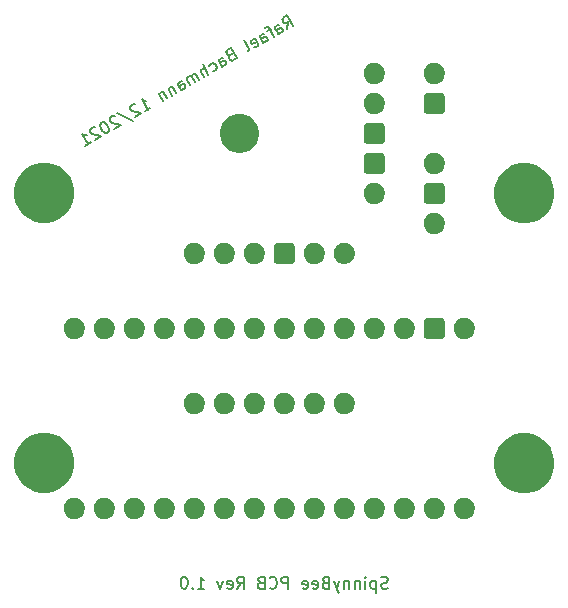
<source format=gbs>
G04 #@! TF.GenerationSoftware,KiCad,Pcbnew,5.1.5+dfsg1-2build2*
G04 #@! TF.CreationDate,2021-12-24T19:22:18+01:00*
G04 #@! TF.ProjectId,spinnybee-pcb,7370696e-6e79-4626-9565-2d7063622e6b,rev?*
G04 #@! TF.SameCoordinates,Original*
G04 #@! TF.FileFunction,Soldermask,Bot*
G04 #@! TF.FilePolarity,Negative*
%FSLAX46Y46*%
G04 Gerber Fmt 4.6, Leading zero omitted, Abs format (unit mm)*
G04 Created by KiCad (PCBNEW 5.1.5+dfsg1-2build2) date 2021-12-24 19:22:18*
%MOMM*%
%LPD*%
G04 APERTURE LIST*
%ADD10C,0.150000*%
%ADD11C,0.100000*%
G04 APERTURE END LIST*
D10*
X86620290Y-26721059D02*
X86670870Y-26141999D01*
X87115162Y-26435344D02*
X86615162Y-25569319D01*
X86285247Y-25759795D01*
X86226578Y-25848653D01*
X86209149Y-25913702D01*
X86215528Y-26019990D01*
X86286957Y-26143708D01*
X86375815Y-26202377D01*
X86440864Y-26219807D01*
X86547152Y-26213427D01*
X86877067Y-26022951D01*
X85877983Y-27149630D02*
X85616078Y-26695998D01*
X85609698Y-26589710D01*
X85668367Y-26500851D01*
X85833325Y-26405613D01*
X85939613Y-26399233D01*
X85854173Y-27108391D02*
X85960461Y-27102011D01*
X86166658Y-26982963D01*
X86225327Y-26894105D01*
X86218947Y-26787817D01*
X86171328Y-26705338D01*
X86082470Y-26646669D01*
X85976182Y-26653049D01*
X85769985Y-26772097D01*
X85663697Y-26778476D01*
X85255974Y-26738946D02*
X84926060Y-26929423D01*
X85465590Y-27387725D02*
X85037018Y-26645418D01*
X84948160Y-26586749D01*
X84841872Y-26593128D01*
X84759393Y-26640747D01*
X84599564Y-27887725D02*
X84337660Y-27434093D01*
X84331280Y-27327805D01*
X84389949Y-27238946D01*
X84554906Y-27143708D01*
X84661194Y-27137329D01*
X84575755Y-27846486D02*
X84682043Y-27840106D01*
X84888239Y-27721059D01*
X84946909Y-27632200D01*
X84940529Y-27525912D01*
X84892910Y-27443434D01*
X84804051Y-27384764D01*
X84697763Y-27391144D01*
X84491567Y-27510192D01*
X84385279Y-27516572D01*
X83833447Y-28275057D02*
X83939735Y-28268678D01*
X84104693Y-28173440D01*
X84163362Y-28084581D01*
X84156982Y-27978293D01*
X83966506Y-27648379D01*
X83877647Y-27589710D01*
X83771359Y-27596089D01*
X83606402Y-27691327D01*
X83547733Y-27780186D01*
X83554113Y-27886474D01*
X83601732Y-27968952D01*
X84061744Y-27813336D01*
X83321146Y-28625821D02*
X83379815Y-28536962D01*
X83373435Y-28430674D01*
X82944864Y-27688367D01*
X81780823Y-28910283D02*
X81680914Y-29022951D01*
X81663484Y-29088000D01*
X81669864Y-29194288D01*
X81741293Y-29318006D01*
X81830151Y-29376675D01*
X81895200Y-29394105D01*
X82001488Y-29387725D01*
X82331403Y-29197249D01*
X81831403Y-28331224D01*
X81542727Y-28497890D01*
X81484058Y-28586749D01*
X81466629Y-28651798D01*
X81473008Y-28758086D01*
X81520627Y-28840564D01*
X81609486Y-28899233D01*
X81674535Y-28916663D01*
X81780823Y-28910283D01*
X82069498Y-28743617D01*
X81094223Y-29911535D02*
X80832319Y-29457902D01*
X80825939Y-29351614D01*
X80884608Y-29262756D01*
X81049565Y-29167518D01*
X81155853Y-29161138D01*
X81070414Y-29870295D02*
X81176702Y-29863916D01*
X81382899Y-29744868D01*
X81441568Y-29656010D01*
X81435188Y-29549722D01*
X81387569Y-29467243D01*
X81298710Y-29408574D01*
X81192422Y-29414954D01*
X80986226Y-29534001D01*
X80879938Y-29540381D01*
X80286867Y-30322676D02*
X80393155Y-30316297D01*
X80558112Y-30221059D01*
X80616782Y-30132200D01*
X80634211Y-30067151D01*
X80627832Y-29960863D01*
X80484974Y-29713427D01*
X80396116Y-29654758D01*
X80331067Y-29637329D01*
X80224779Y-29643708D01*
X80059822Y-29738946D01*
X80001153Y-29827805D01*
X79939523Y-30578201D02*
X79439523Y-29712176D01*
X79568369Y-30792487D02*
X79306464Y-30338855D01*
X79300085Y-30232567D01*
X79358754Y-30143708D01*
X79482472Y-30072280D01*
X79588760Y-30065900D01*
X79653809Y-30083330D01*
X79155976Y-31030582D02*
X78822643Y-30453232D01*
X78870262Y-30535711D02*
X78805213Y-30518281D01*
X78698925Y-30524661D01*
X78575207Y-30596089D01*
X78516538Y-30684948D01*
X78522918Y-30791236D01*
X78784822Y-31244868D01*
X78522918Y-30791236D02*
X78434059Y-30732567D01*
X78327771Y-30738946D01*
X78204053Y-30810375D01*
X78145384Y-30899233D01*
X78151764Y-31005521D01*
X78413669Y-31459154D01*
X77630122Y-31911535D02*
X77368217Y-31457902D01*
X77361837Y-31351614D01*
X77420506Y-31262756D01*
X77585464Y-31167518D01*
X77691752Y-31161138D01*
X77606312Y-31870295D02*
X77712600Y-31863916D01*
X77918797Y-31744868D01*
X77977466Y-31656010D01*
X77971086Y-31549722D01*
X77923467Y-31467243D01*
X77834609Y-31408574D01*
X77728321Y-31414954D01*
X77522124Y-31534001D01*
X77415836Y-31540381D01*
X76884395Y-31572280D02*
X77217729Y-32149630D01*
X76932014Y-31654758D02*
X76866966Y-31637329D01*
X76760677Y-31643708D01*
X76636960Y-31715137D01*
X76578290Y-31803995D01*
X76584670Y-31910283D01*
X76846575Y-32363916D01*
X76100849Y-32024661D02*
X76434182Y-32602011D01*
X76148468Y-32107139D02*
X76083419Y-32089710D01*
X75977131Y-32096089D01*
X75853413Y-32167518D01*
X75794744Y-32256376D01*
X75801123Y-32362664D01*
X76063028Y-32816297D01*
X74537174Y-33697249D02*
X75032046Y-33411535D01*
X74784610Y-33554392D02*
X74284610Y-32688367D01*
X74438517Y-32764465D01*
X74568615Y-32799325D01*
X74674903Y-32792945D01*
X73754879Y-33104178D02*
X73689830Y-33086749D01*
X73583542Y-33093128D01*
X73377345Y-33212176D01*
X73318676Y-33301034D01*
X73301246Y-33366083D01*
X73307626Y-33472371D01*
X73355245Y-33554850D01*
X73467913Y-33654758D01*
X74248499Y-33863916D01*
X73712388Y-34173440D01*
X72198835Y-33837603D02*
X73584000Y-34522493D01*
X72022828Y-34104178D02*
X71957779Y-34086749D01*
X71851491Y-34093128D01*
X71645294Y-34212176D01*
X71586625Y-34301034D01*
X71569195Y-34366083D01*
X71575575Y-34472371D01*
X71623194Y-34554850D01*
X71735862Y-34654758D01*
X72516448Y-34863916D01*
X71980337Y-35173440D01*
X70944226Y-34616938D02*
X70861747Y-34664557D01*
X70803078Y-34753415D01*
X70785649Y-34818464D01*
X70792028Y-34924752D01*
X70846027Y-35113519D01*
X70965075Y-35319716D01*
X71101552Y-35460863D01*
X71190410Y-35519532D01*
X71255459Y-35536962D01*
X71361747Y-35530582D01*
X71444226Y-35482963D01*
X71502895Y-35394105D01*
X71520325Y-35329056D01*
X71513945Y-35222768D01*
X71459946Y-35034001D01*
X71340899Y-34827805D01*
X71204421Y-34686657D01*
X71115563Y-34627988D01*
X71050514Y-34610558D01*
X70944226Y-34616938D01*
X70373256Y-35056559D02*
X70308207Y-35039130D01*
X70201919Y-35045509D01*
X69995722Y-35164557D01*
X69937053Y-35253415D01*
X69919623Y-35318464D01*
X69926003Y-35424752D01*
X69973622Y-35507231D01*
X70086290Y-35607139D01*
X70866876Y-35816297D01*
X70330765Y-36125821D01*
X69505979Y-36602011D02*
X70000850Y-36316297D01*
X69753415Y-36459154D02*
X69253415Y-35593128D01*
X69407322Y-35669227D01*
X69537419Y-35704087D01*
X69643708Y-35697707D01*
X95121904Y-74064761D02*
X94979047Y-74112380D01*
X94740952Y-74112380D01*
X94645714Y-74064761D01*
X94598095Y-74017142D01*
X94550476Y-73921904D01*
X94550476Y-73826666D01*
X94598095Y-73731428D01*
X94645714Y-73683809D01*
X94740952Y-73636190D01*
X94931428Y-73588571D01*
X95026666Y-73540952D01*
X95074285Y-73493333D01*
X95121904Y-73398095D01*
X95121904Y-73302857D01*
X95074285Y-73207619D01*
X95026666Y-73160000D01*
X94931428Y-73112380D01*
X94693333Y-73112380D01*
X94550476Y-73160000D01*
X94121904Y-73445714D02*
X94121904Y-74445714D01*
X94121904Y-73493333D02*
X94026666Y-73445714D01*
X93836190Y-73445714D01*
X93740952Y-73493333D01*
X93693333Y-73540952D01*
X93645714Y-73636190D01*
X93645714Y-73921904D01*
X93693333Y-74017142D01*
X93740952Y-74064761D01*
X93836190Y-74112380D01*
X94026666Y-74112380D01*
X94121904Y-74064761D01*
X93217142Y-74112380D02*
X93217142Y-73445714D01*
X93217142Y-73112380D02*
X93264761Y-73160000D01*
X93217142Y-73207619D01*
X93169523Y-73160000D01*
X93217142Y-73112380D01*
X93217142Y-73207619D01*
X92740952Y-73445714D02*
X92740952Y-74112380D01*
X92740952Y-73540952D02*
X92693333Y-73493333D01*
X92598095Y-73445714D01*
X92455238Y-73445714D01*
X92360000Y-73493333D01*
X92312380Y-73588571D01*
X92312380Y-74112380D01*
X91836190Y-73445714D02*
X91836190Y-74112380D01*
X91836190Y-73540952D02*
X91788571Y-73493333D01*
X91693333Y-73445714D01*
X91550476Y-73445714D01*
X91455238Y-73493333D01*
X91407619Y-73588571D01*
X91407619Y-74112380D01*
X91026666Y-73445714D02*
X90788571Y-74112380D01*
X90550476Y-73445714D02*
X90788571Y-74112380D01*
X90883809Y-74350476D01*
X90931428Y-74398095D01*
X91026666Y-74445714D01*
X89836190Y-73588571D02*
X89693333Y-73636190D01*
X89645714Y-73683809D01*
X89598095Y-73779047D01*
X89598095Y-73921904D01*
X89645714Y-74017142D01*
X89693333Y-74064761D01*
X89788571Y-74112380D01*
X90169523Y-74112380D01*
X90169523Y-73112380D01*
X89836190Y-73112380D01*
X89740952Y-73160000D01*
X89693333Y-73207619D01*
X89645714Y-73302857D01*
X89645714Y-73398095D01*
X89693333Y-73493333D01*
X89740952Y-73540952D01*
X89836190Y-73588571D01*
X90169523Y-73588571D01*
X88788571Y-74064761D02*
X88883809Y-74112380D01*
X89074285Y-74112380D01*
X89169523Y-74064761D01*
X89217142Y-73969523D01*
X89217142Y-73588571D01*
X89169523Y-73493333D01*
X89074285Y-73445714D01*
X88883809Y-73445714D01*
X88788571Y-73493333D01*
X88740952Y-73588571D01*
X88740952Y-73683809D01*
X89217142Y-73779047D01*
X87931428Y-74064761D02*
X88026666Y-74112380D01*
X88217142Y-74112380D01*
X88312380Y-74064761D01*
X88360000Y-73969523D01*
X88360000Y-73588571D01*
X88312380Y-73493333D01*
X88217142Y-73445714D01*
X88026666Y-73445714D01*
X87931428Y-73493333D01*
X87883809Y-73588571D01*
X87883809Y-73683809D01*
X88360000Y-73779047D01*
X86693333Y-74112380D02*
X86693333Y-73112380D01*
X86312380Y-73112380D01*
X86217142Y-73160000D01*
X86169523Y-73207619D01*
X86121904Y-73302857D01*
X86121904Y-73445714D01*
X86169523Y-73540952D01*
X86217142Y-73588571D01*
X86312380Y-73636190D01*
X86693333Y-73636190D01*
X85121904Y-74017142D02*
X85169523Y-74064761D01*
X85312380Y-74112380D01*
X85407619Y-74112380D01*
X85550476Y-74064761D01*
X85645714Y-73969523D01*
X85693333Y-73874285D01*
X85740952Y-73683809D01*
X85740952Y-73540952D01*
X85693333Y-73350476D01*
X85645714Y-73255238D01*
X85550476Y-73160000D01*
X85407619Y-73112380D01*
X85312380Y-73112380D01*
X85169523Y-73160000D01*
X85121904Y-73207619D01*
X84360000Y-73588571D02*
X84217142Y-73636190D01*
X84169523Y-73683809D01*
X84121904Y-73779047D01*
X84121904Y-73921904D01*
X84169523Y-74017142D01*
X84217142Y-74064761D01*
X84312380Y-74112380D01*
X84693333Y-74112380D01*
X84693333Y-73112380D01*
X84360000Y-73112380D01*
X84264761Y-73160000D01*
X84217142Y-73207619D01*
X84169523Y-73302857D01*
X84169523Y-73398095D01*
X84217142Y-73493333D01*
X84264761Y-73540952D01*
X84360000Y-73588571D01*
X84693333Y-73588571D01*
X82360000Y-74112380D02*
X82693333Y-73636190D01*
X82931428Y-74112380D02*
X82931428Y-73112380D01*
X82550476Y-73112380D01*
X82455238Y-73160000D01*
X82407619Y-73207619D01*
X82360000Y-73302857D01*
X82360000Y-73445714D01*
X82407619Y-73540952D01*
X82455238Y-73588571D01*
X82550476Y-73636190D01*
X82931428Y-73636190D01*
X81550476Y-74064761D02*
X81645714Y-74112380D01*
X81836190Y-74112380D01*
X81931428Y-74064761D01*
X81979047Y-73969523D01*
X81979047Y-73588571D01*
X81931428Y-73493333D01*
X81836190Y-73445714D01*
X81645714Y-73445714D01*
X81550476Y-73493333D01*
X81502857Y-73588571D01*
X81502857Y-73683809D01*
X81979047Y-73779047D01*
X81169523Y-73445714D02*
X80931428Y-74112380D01*
X80693333Y-73445714D01*
X79026666Y-74112380D02*
X79598095Y-74112380D01*
X79312380Y-74112380D02*
X79312380Y-73112380D01*
X79407619Y-73255238D01*
X79502857Y-73350476D01*
X79598095Y-73398095D01*
X78598095Y-74017142D02*
X78550476Y-74064761D01*
X78598095Y-74112380D01*
X78645714Y-74064761D01*
X78598095Y-74017142D01*
X78598095Y-74112380D01*
X77931428Y-73112380D02*
X77836190Y-73112380D01*
X77740952Y-73160000D01*
X77693333Y-73207619D01*
X77645714Y-73302857D01*
X77598095Y-73493333D01*
X77598095Y-73731428D01*
X77645714Y-73921904D01*
X77693333Y-74017142D01*
X77740952Y-74064761D01*
X77836190Y-74112380D01*
X77931428Y-74112380D01*
X78026666Y-74064761D01*
X78074285Y-74017142D01*
X78121904Y-73921904D01*
X78169523Y-73731428D01*
X78169523Y-73493333D01*
X78121904Y-73302857D01*
X78074285Y-73207619D01*
X78026666Y-73160000D01*
X77931428Y-73112380D01*
D11*
G36*
X101713512Y-66413927D02*
G01*
X101862812Y-66443624D01*
X102026784Y-66511544D01*
X102174354Y-66610147D01*
X102299853Y-66735646D01*
X102398456Y-66883216D01*
X102466376Y-67047188D01*
X102501000Y-67221259D01*
X102501000Y-67398741D01*
X102466376Y-67572812D01*
X102398456Y-67736784D01*
X102299853Y-67884354D01*
X102174354Y-68009853D01*
X102026784Y-68108456D01*
X101862812Y-68176376D01*
X101713512Y-68206073D01*
X101688742Y-68211000D01*
X101511258Y-68211000D01*
X101486488Y-68206073D01*
X101337188Y-68176376D01*
X101173216Y-68108456D01*
X101025646Y-68009853D01*
X100900147Y-67884354D01*
X100801544Y-67736784D01*
X100733624Y-67572812D01*
X100699000Y-67398741D01*
X100699000Y-67221259D01*
X100733624Y-67047188D01*
X100801544Y-66883216D01*
X100900147Y-66735646D01*
X101025646Y-66610147D01*
X101173216Y-66511544D01*
X101337188Y-66443624D01*
X101486488Y-66413927D01*
X101511258Y-66409000D01*
X101688742Y-66409000D01*
X101713512Y-66413927D01*
G37*
G36*
X96633512Y-66413927D02*
G01*
X96782812Y-66443624D01*
X96946784Y-66511544D01*
X97094354Y-66610147D01*
X97219853Y-66735646D01*
X97318456Y-66883216D01*
X97386376Y-67047188D01*
X97421000Y-67221259D01*
X97421000Y-67398741D01*
X97386376Y-67572812D01*
X97318456Y-67736784D01*
X97219853Y-67884354D01*
X97094354Y-68009853D01*
X96946784Y-68108456D01*
X96782812Y-68176376D01*
X96633512Y-68206073D01*
X96608742Y-68211000D01*
X96431258Y-68211000D01*
X96406488Y-68206073D01*
X96257188Y-68176376D01*
X96093216Y-68108456D01*
X95945646Y-68009853D01*
X95820147Y-67884354D01*
X95721544Y-67736784D01*
X95653624Y-67572812D01*
X95619000Y-67398741D01*
X95619000Y-67221259D01*
X95653624Y-67047188D01*
X95721544Y-66883216D01*
X95820147Y-66735646D01*
X95945646Y-66610147D01*
X96093216Y-66511544D01*
X96257188Y-66443624D01*
X96406488Y-66413927D01*
X96431258Y-66409000D01*
X96608742Y-66409000D01*
X96633512Y-66413927D01*
G37*
G36*
X94093512Y-66413927D02*
G01*
X94242812Y-66443624D01*
X94406784Y-66511544D01*
X94554354Y-66610147D01*
X94679853Y-66735646D01*
X94778456Y-66883216D01*
X94846376Y-67047188D01*
X94881000Y-67221259D01*
X94881000Y-67398741D01*
X94846376Y-67572812D01*
X94778456Y-67736784D01*
X94679853Y-67884354D01*
X94554354Y-68009853D01*
X94406784Y-68108456D01*
X94242812Y-68176376D01*
X94093512Y-68206073D01*
X94068742Y-68211000D01*
X93891258Y-68211000D01*
X93866488Y-68206073D01*
X93717188Y-68176376D01*
X93553216Y-68108456D01*
X93405646Y-68009853D01*
X93280147Y-67884354D01*
X93181544Y-67736784D01*
X93113624Y-67572812D01*
X93079000Y-67398741D01*
X93079000Y-67221259D01*
X93113624Y-67047188D01*
X93181544Y-66883216D01*
X93280147Y-66735646D01*
X93405646Y-66610147D01*
X93553216Y-66511544D01*
X93717188Y-66443624D01*
X93866488Y-66413927D01*
X93891258Y-66409000D01*
X94068742Y-66409000D01*
X94093512Y-66413927D01*
G37*
G36*
X91553512Y-66413927D02*
G01*
X91702812Y-66443624D01*
X91866784Y-66511544D01*
X92014354Y-66610147D01*
X92139853Y-66735646D01*
X92238456Y-66883216D01*
X92306376Y-67047188D01*
X92341000Y-67221259D01*
X92341000Y-67398741D01*
X92306376Y-67572812D01*
X92238456Y-67736784D01*
X92139853Y-67884354D01*
X92014354Y-68009853D01*
X91866784Y-68108456D01*
X91702812Y-68176376D01*
X91553512Y-68206073D01*
X91528742Y-68211000D01*
X91351258Y-68211000D01*
X91326488Y-68206073D01*
X91177188Y-68176376D01*
X91013216Y-68108456D01*
X90865646Y-68009853D01*
X90740147Y-67884354D01*
X90641544Y-67736784D01*
X90573624Y-67572812D01*
X90539000Y-67398741D01*
X90539000Y-67221259D01*
X90573624Y-67047188D01*
X90641544Y-66883216D01*
X90740147Y-66735646D01*
X90865646Y-66610147D01*
X91013216Y-66511544D01*
X91177188Y-66443624D01*
X91326488Y-66413927D01*
X91351258Y-66409000D01*
X91528742Y-66409000D01*
X91553512Y-66413927D01*
G37*
G36*
X89013512Y-66413927D02*
G01*
X89162812Y-66443624D01*
X89326784Y-66511544D01*
X89474354Y-66610147D01*
X89599853Y-66735646D01*
X89698456Y-66883216D01*
X89766376Y-67047188D01*
X89801000Y-67221259D01*
X89801000Y-67398741D01*
X89766376Y-67572812D01*
X89698456Y-67736784D01*
X89599853Y-67884354D01*
X89474354Y-68009853D01*
X89326784Y-68108456D01*
X89162812Y-68176376D01*
X89013512Y-68206073D01*
X88988742Y-68211000D01*
X88811258Y-68211000D01*
X88786488Y-68206073D01*
X88637188Y-68176376D01*
X88473216Y-68108456D01*
X88325646Y-68009853D01*
X88200147Y-67884354D01*
X88101544Y-67736784D01*
X88033624Y-67572812D01*
X87999000Y-67398741D01*
X87999000Y-67221259D01*
X88033624Y-67047188D01*
X88101544Y-66883216D01*
X88200147Y-66735646D01*
X88325646Y-66610147D01*
X88473216Y-66511544D01*
X88637188Y-66443624D01*
X88786488Y-66413927D01*
X88811258Y-66409000D01*
X88988742Y-66409000D01*
X89013512Y-66413927D01*
G37*
G36*
X86473512Y-66413927D02*
G01*
X86622812Y-66443624D01*
X86786784Y-66511544D01*
X86934354Y-66610147D01*
X87059853Y-66735646D01*
X87158456Y-66883216D01*
X87226376Y-67047188D01*
X87261000Y-67221259D01*
X87261000Y-67398741D01*
X87226376Y-67572812D01*
X87158456Y-67736784D01*
X87059853Y-67884354D01*
X86934354Y-68009853D01*
X86786784Y-68108456D01*
X86622812Y-68176376D01*
X86473512Y-68206073D01*
X86448742Y-68211000D01*
X86271258Y-68211000D01*
X86246488Y-68206073D01*
X86097188Y-68176376D01*
X85933216Y-68108456D01*
X85785646Y-68009853D01*
X85660147Y-67884354D01*
X85561544Y-67736784D01*
X85493624Y-67572812D01*
X85459000Y-67398741D01*
X85459000Y-67221259D01*
X85493624Y-67047188D01*
X85561544Y-66883216D01*
X85660147Y-66735646D01*
X85785646Y-66610147D01*
X85933216Y-66511544D01*
X86097188Y-66443624D01*
X86246488Y-66413927D01*
X86271258Y-66409000D01*
X86448742Y-66409000D01*
X86473512Y-66413927D01*
G37*
G36*
X83933512Y-66413927D02*
G01*
X84082812Y-66443624D01*
X84246784Y-66511544D01*
X84394354Y-66610147D01*
X84519853Y-66735646D01*
X84618456Y-66883216D01*
X84686376Y-67047188D01*
X84721000Y-67221259D01*
X84721000Y-67398741D01*
X84686376Y-67572812D01*
X84618456Y-67736784D01*
X84519853Y-67884354D01*
X84394354Y-68009853D01*
X84246784Y-68108456D01*
X84082812Y-68176376D01*
X83933512Y-68206073D01*
X83908742Y-68211000D01*
X83731258Y-68211000D01*
X83706488Y-68206073D01*
X83557188Y-68176376D01*
X83393216Y-68108456D01*
X83245646Y-68009853D01*
X83120147Y-67884354D01*
X83021544Y-67736784D01*
X82953624Y-67572812D01*
X82919000Y-67398741D01*
X82919000Y-67221259D01*
X82953624Y-67047188D01*
X83021544Y-66883216D01*
X83120147Y-66735646D01*
X83245646Y-66610147D01*
X83393216Y-66511544D01*
X83557188Y-66443624D01*
X83706488Y-66413927D01*
X83731258Y-66409000D01*
X83908742Y-66409000D01*
X83933512Y-66413927D01*
G37*
G36*
X81393512Y-66413927D02*
G01*
X81542812Y-66443624D01*
X81706784Y-66511544D01*
X81854354Y-66610147D01*
X81979853Y-66735646D01*
X82078456Y-66883216D01*
X82146376Y-67047188D01*
X82181000Y-67221259D01*
X82181000Y-67398741D01*
X82146376Y-67572812D01*
X82078456Y-67736784D01*
X81979853Y-67884354D01*
X81854354Y-68009853D01*
X81706784Y-68108456D01*
X81542812Y-68176376D01*
X81393512Y-68206073D01*
X81368742Y-68211000D01*
X81191258Y-68211000D01*
X81166488Y-68206073D01*
X81017188Y-68176376D01*
X80853216Y-68108456D01*
X80705646Y-68009853D01*
X80580147Y-67884354D01*
X80481544Y-67736784D01*
X80413624Y-67572812D01*
X80379000Y-67398741D01*
X80379000Y-67221259D01*
X80413624Y-67047188D01*
X80481544Y-66883216D01*
X80580147Y-66735646D01*
X80705646Y-66610147D01*
X80853216Y-66511544D01*
X81017188Y-66443624D01*
X81166488Y-66413927D01*
X81191258Y-66409000D01*
X81368742Y-66409000D01*
X81393512Y-66413927D01*
G37*
G36*
X78853512Y-66413927D02*
G01*
X79002812Y-66443624D01*
X79166784Y-66511544D01*
X79314354Y-66610147D01*
X79439853Y-66735646D01*
X79538456Y-66883216D01*
X79606376Y-67047188D01*
X79641000Y-67221259D01*
X79641000Y-67398741D01*
X79606376Y-67572812D01*
X79538456Y-67736784D01*
X79439853Y-67884354D01*
X79314354Y-68009853D01*
X79166784Y-68108456D01*
X79002812Y-68176376D01*
X78853512Y-68206073D01*
X78828742Y-68211000D01*
X78651258Y-68211000D01*
X78626488Y-68206073D01*
X78477188Y-68176376D01*
X78313216Y-68108456D01*
X78165646Y-68009853D01*
X78040147Y-67884354D01*
X77941544Y-67736784D01*
X77873624Y-67572812D01*
X77839000Y-67398741D01*
X77839000Y-67221259D01*
X77873624Y-67047188D01*
X77941544Y-66883216D01*
X78040147Y-66735646D01*
X78165646Y-66610147D01*
X78313216Y-66511544D01*
X78477188Y-66443624D01*
X78626488Y-66413927D01*
X78651258Y-66409000D01*
X78828742Y-66409000D01*
X78853512Y-66413927D01*
G37*
G36*
X76313512Y-66413927D02*
G01*
X76462812Y-66443624D01*
X76626784Y-66511544D01*
X76774354Y-66610147D01*
X76899853Y-66735646D01*
X76998456Y-66883216D01*
X77066376Y-67047188D01*
X77101000Y-67221259D01*
X77101000Y-67398741D01*
X77066376Y-67572812D01*
X76998456Y-67736784D01*
X76899853Y-67884354D01*
X76774354Y-68009853D01*
X76626784Y-68108456D01*
X76462812Y-68176376D01*
X76313512Y-68206073D01*
X76288742Y-68211000D01*
X76111258Y-68211000D01*
X76086488Y-68206073D01*
X75937188Y-68176376D01*
X75773216Y-68108456D01*
X75625646Y-68009853D01*
X75500147Y-67884354D01*
X75401544Y-67736784D01*
X75333624Y-67572812D01*
X75299000Y-67398741D01*
X75299000Y-67221259D01*
X75333624Y-67047188D01*
X75401544Y-66883216D01*
X75500147Y-66735646D01*
X75625646Y-66610147D01*
X75773216Y-66511544D01*
X75937188Y-66443624D01*
X76086488Y-66413927D01*
X76111258Y-66409000D01*
X76288742Y-66409000D01*
X76313512Y-66413927D01*
G37*
G36*
X73773512Y-66413927D02*
G01*
X73922812Y-66443624D01*
X74086784Y-66511544D01*
X74234354Y-66610147D01*
X74359853Y-66735646D01*
X74458456Y-66883216D01*
X74526376Y-67047188D01*
X74561000Y-67221259D01*
X74561000Y-67398741D01*
X74526376Y-67572812D01*
X74458456Y-67736784D01*
X74359853Y-67884354D01*
X74234354Y-68009853D01*
X74086784Y-68108456D01*
X73922812Y-68176376D01*
X73773512Y-68206073D01*
X73748742Y-68211000D01*
X73571258Y-68211000D01*
X73546488Y-68206073D01*
X73397188Y-68176376D01*
X73233216Y-68108456D01*
X73085646Y-68009853D01*
X72960147Y-67884354D01*
X72861544Y-67736784D01*
X72793624Y-67572812D01*
X72759000Y-67398741D01*
X72759000Y-67221259D01*
X72793624Y-67047188D01*
X72861544Y-66883216D01*
X72960147Y-66735646D01*
X73085646Y-66610147D01*
X73233216Y-66511544D01*
X73397188Y-66443624D01*
X73546488Y-66413927D01*
X73571258Y-66409000D01*
X73748742Y-66409000D01*
X73773512Y-66413927D01*
G37*
G36*
X71233512Y-66413927D02*
G01*
X71382812Y-66443624D01*
X71546784Y-66511544D01*
X71694354Y-66610147D01*
X71819853Y-66735646D01*
X71918456Y-66883216D01*
X71986376Y-67047188D01*
X72021000Y-67221259D01*
X72021000Y-67398741D01*
X71986376Y-67572812D01*
X71918456Y-67736784D01*
X71819853Y-67884354D01*
X71694354Y-68009853D01*
X71546784Y-68108456D01*
X71382812Y-68176376D01*
X71233512Y-68206073D01*
X71208742Y-68211000D01*
X71031258Y-68211000D01*
X71006488Y-68206073D01*
X70857188Y-68176376D01*
X70693216Y-68108456D01*
X70545646Y-68009853D01*
X70420147Y-67884354D01*
X70321544Y-67736784D01*
X70253624Y-67572812D01*
X70219000Y-67398741D01*
X70219000Y-67221259D01*
X70253624Y-67047188D01*
X70321544Y-66883216D01*
X70420147Y-66735646D01*
X70545646Y-66610147D01*
X70693216Y-66511544D01*
X70857188Y-66443624D01*
X71006488Y-66413927D01*
X71031258Y-66409000D01*
X71208742Y-66409000D01*
X71233512Y-66413927D01*
G37*
G36*
X68693512Y-66413927D02*
G01*
X68842812Y-66443624D01*
X69006784Y-66511544D01*
X69154354Y-66610147D01*
X69279853Y-66735646D01*
X69378456Y-66883216D01*
X69446376Y-67047188D01*
X69481000Y-67221259D01*
X69481000Y-67398741D01*
X69446376Y-67572812D01*
X69378456Y-67736784D01*
X69279853Y-67884354D01*
X69154354Y-68009853D01*
X69006784Y-68108456D01*
X68842812Y-68176376D01*
X68693512Y-68206073D01*
X68668742Y-68211000D01*
X68491258Y-68211000D01*
X68466488Y-68206073D01*
X68317188Y-68176376D01*
X68153216Y-68108456D01*
X68005646Y-68009853D01*
X67880147Y-67884354D01*
X67781544Y-67736784D01*
X67713624Y-67572812D01*
X67679000Y-67398741D01*
X67679000Y-67221259D01*
X67713624Y-67047188D01*
X67781544Y-66883216D01*
X67880147Y-66735646D01*
X68005646Y-66610147D01*
X68153216Y-66511544D01*
X68317188Y-66443624D01*
X68466488Y-66413927D01*
X68491258Y-66409000D01*
X68668742Y-66409000D01*
X68693512Y-66413927D01*
G37*
G36*
X99173512Y-66413927D02*
G01*
X99322812Y-66443624D01*
X99486784Y-66511544D01*
X99634354Y-66610147D01*
X99759853Y-66735646D01*
X99858456Y-66883216D01*
X99926376Y-67047188D01*
X99961000Y-67221259D01*
X99961000Y-67398741D01*
X99926376Y-67572812D01*
X99858456Y-67736784D01*
X99759853Y-67884354D01*
X99634354Y-68009853D01*
X99486784Y-68108456D01*
X99322812Y-68176376D01*
X99173512Y-68206073D01*
X99148742Y-68211000D01*
X98971258Y-68211000D01*
X98946488Y-68206073D01*
X98797188Y-68176376D01*
X98633216Y-68108456D01*
X98485646Y-68009853D01*
X98360147Y-67884354D01*
X98261544Y-67736784D01*
X98193624Y-67572812D01*
X98159000Y-67398741D01*
X98159000Y-67221259D01*
X98193624Y-67047188D01*
X98261544Y-66883216D01*
X98360147Y-66735646D01*
X98485646Y-66610147D01*
X98633216Y-66511544D01*
X98797188Y-66443624D01*
X98946488Y-66413927D01*
X98971258Y-66409000D01*
X99148742Y-66409000D01*
X99173512Y-66413927D01*
G37*
G36*
X107424098Y-61047033D02*
G01*
X107765227Y-61188333D01*
X107888352Y-61239333D01*
X108306168Y-61518509D01*
X108661491Y-61873832D01*
X108906591Y-62240650D01*
X108940668Y-62291650D01*
X109132967Y-62755902D01*
X109231000Y-63248747D01*
X109231000Y-63751253D01*
X109132967Y-64244098D01*
X108961793Y-64657350D01*
X108940667Y-64708352D01*
X108661491Y-65126168D01*
X108306168Y-65481491D01*
X107888352Y-65760667D01*
X107888351Y-65760668D01*
X107888350Y-65760668D01*
X107424098Y-65952967D01*
X106931253Y-66051000D01*
X106428747Y-66051000D01*
X105935902Y-65952967D01*
X105471650Y-65760668D01*
X105471649Y-65760668D01*
X105471648Y-65760667D01*
X105053832Y-65481491D01*
X104698509Y-65126168D01*
X104419333Y-64708352D01*
X104398207Y-64657350D01*
X104227033Y-64244098D01*
X104129000Y-63751253D01*
X104129000Y-63248747D01*
X104227033Y-62755902D01*
X104419332Y-62291650D01*
X104453409Y-62240650D01*
X104698509Y-61873832D01*
X105053832Y-61518509D01*
X105471648Y-61239333D01*
X105594773Y-61188333D01*
X105935902Y-61047033D01*
X106428747Y-60949000D01*
X106931253Y-60949000D01*
X107424098Y-61047033D01*
G37*
G36*
X66784098Y-60996033D02*
G01*
X67248350Y-61188332D01*
X67248352Y-61188333D01*
X67666168Y-61467509D01*
X68021491Y-61822832D01*
X68300667Y-62240648D01*
X68300668Y-62240650D01*
X68492967Y-62704902D01*
X68591000Y-63197747D01*
X68591000Y-63700253D01*
X68492967Y-64193098D01*
X68300668Y-64657350D01*
X68300667Y-64657352D01*
X68021491Y-65075168D01*
X67666168Y-65430491D01*
X67248352Y-65709667D01*
X67248351Y-65709668D01*
X67248350Y-65709668D01*
X66784098Y-65901967D01*
X66291253Y-66000000D01*
X65788747Y-66000000D01*
X65295902Y-65901967D01*
X64831650Y-65709668D01*
X64831649Y-65709668D01*
X64831648Y-65709667D01*
X64413832Y-65430491D01*
X64058509Y-65075168D01*
X63779333Y-64657352D01*
X63779332Y-64657350D01*
X63587033Y-64193098D01*
X63489000Y-63700253D01*
X63489000Y-63197747D01*
X63587033Y-62704902D01*
X63779332Y-62240650D01*
X63779333Y-62240648D01*
X64058509Y-61822832D01*
X64413832Y-61467509D01*
X64831648Y-61188333D01*
X64831650Y-61188332D01*
X65295902Y-60996033D01*
X65788747Y-60898000D01*
X66291253Y-60898000D01*
X66784098Y-60996033D01*
G37*
G36*
X91553512Y-57523927D02*
G01*
X91702812Y-57553624D01*
X91866784Y-57621544D01*
X92014354Y-57720147D01*
X92139853Y-57845646D01*
X92238456Y-57993216D01*
X92306376Y-58157188D01*
X92341000Y-58331259D01*
X92341000Y-58508741D01*
X92306376Y-58682812D01*
X92238456Y-58846784D01*
X92139853Y-58994354D01*
X92014354Y-59119853D01*
X91866784Y-59218456D01*
X91702812Y-59286376D01*
X91553512Y-59316073D01*
X91528742Y-59321000D01*
X91351258Y-59321000D01*
X91326488Y-59316073D01*
X91177188Y-59286376D01*
X91013216Y-59218456D01*
X90865646Y-59119853D01*
X90740147Y-58994354D01*
X90641544Y-58846784D01*
X90573624Y-58682812D01*
X90539000Y-58508741D01*
X90539000Y-58331259D01*
X90573624Y-58157188D01*
X90641544Y-57993216D01*
X90740147Y-57845646D01*
X90865646Y-57720147D01*
X91013216Y-57621544D01*
X91177188Y-57553624D01*
X91326488Y-57523927D01*
X91351258Y-57519000D01*
X91528742Y-57519000D01*
X91553512Y-57523927D01*
G37*
G36*
X89013512Y-57523927D02*
G01*
X89162812Y-57553624D01*
X89326784Y-57621544D01*
X89474354Y-57720147D01*
X89599853Y-57845646D01*
X89698456Y-57993216D01*
X89766376Y-58157188D01*
X89801000Y-58331259D01*
X89801000Y-58508741D01*
X89766376Y-58682812D01*
X89698456Y-58846784D01*
X89599853Y-58994354D01*
X89474354Y-59119853D01*
X89326784Y-59218456D01*
X89162812Y-59286376D01*
X89013512Y-59316073D01*
X88988742Y-59321000D01*
X88811258Y-59321000D01*
X88786488Y-59316073D01*
X88637188Y-59286376D01*
X88473216Y-59218456D01*
X88325646Y-59119853D01*
X88200147Y-58994354D01*
X88101544Y-58846784D01*
X88033624Y-58682812D01*
X87999000Y-58508741D01*
X87999000Y-58331259D01*
X88033624Y-58157188D01*
X88101544Y-57993216D01*
X88200147Y-57845646D01*
X88325646Y-57720147D01*
X88473216Y-57621544D01*
X88637188Y-57553624D01*
X88786488Y-57523927D01*
X88811258Y-57519000D01*
X88988742Y-57519000D01*
X89013512Y-57523927D01*
G37*
G36*
X86473512Y-57523927D02*
G01*
X86622812Y-57553624D01*
X86786784Y-57621544D01*
X86934354Y-57720147D01*
X87059853Y-57845646D01*
X87158456Y-57993216D01*
X87226376Y-58157188D01*
X87261000Y-58331259D01*
X87261000Y-58508741D01*
X87226376Y-58682812D01*
X87158456Y-58846784D01*
X87059853Y-58994354D01*
X86934354Y-59119853D01*
X86786784Y-59218456D01*
X86622812Y-59286376D01*
X86473512Y-59316073D01*
X86448742Y-59321000D01*
X86271258Y-59321000D01*
X86246488Y-59316073D01*
X86097188Y-59286376D01*
X85933216Y-59218456D01*
X85785646Y-59119853D01*
X85660147Y-58994354D01*
X85561544Y-58846784D01*
X85493624Y-58682812D01*
X85459000Y-58508741D01*
X85459000Y-58331259D01*
X85493624Y-58157188D01*
X85561544Y-57993216D01*
X85660147Y-57845646D01*
X85785646Y-57720147D01*
X85933216Y-57621544D01*
X86097188Y-57553624D01*
X86246488Y-57523927D01*
X86271258Y-57519000D01*
X86448742Y-57519000D01*
X86473512Y-57523927D01*
G37*
G36*
X83933512Y-57523927D02*
G01*
X84082812Y-57553624D01*
X84246784Y-57621544D01*
X84394354Y-57720147D01*
X84519853Y-57845646D01*
X84618456Y-57993216D01*
X84686376Y-58157188D01*
X84721000Y-58331259D01*
X84721000Y-58508741D01*
X84686376Y-58682812D01*
X84618456Y-58846784D01*
X84519853Y-58994354D01*
X84394354Y-59119853D01*
X84246784Y-59218456D01*
X84082812Y-59286376D01*
X83933512Y-59316073D01*
X83908742Y-59321000D01*
X83731258Y-59321000D01*
X83706488Y-59316073D01*
X83557188Y-59286376D01*
X83393216Y-59218456D01*
X83245646Y-59119853D01*
X83120147Y-58994354D01*
X83021544Y-58846784D01*
X82953624Y-58682812D01*
X82919000Y-58508741D01*
X82919000Y-58331259D01*
X82953624Y-58157188D01*
X83021544Y-57993216D01*
X83120147Y-57845646D01*
X83245646Y-57720147D01*
X83393216Y-57621544D01*
X83557188Y-57553624D01*
X83706488Y-57523927D01*
X83731258Y-57519000D01*
X83908742Y-57519000D01*
X83933512Y-57523927D01*
G37*
G36*
X81393512Y-57523927D02*
G01*
X81542812Y-57553624D01*
X81706784Y-57621544D01*
X81854354Y-57720147D01*
X81979853Y-57845646D01*
X82078456Y-57993216D01*
X82146376Y-58157188D01*
X82181000Y-58331259D01*
X82181000Y-58508741D01*
X82146376Y-58682812D01*
X82078456Y-58846784D01*
X81979853Y-58994354D01*
X81854354Y-59119853D01*
X81706784Y-59218456D01*
X81542812Y-59286376D01*
X81393512Y-59316073D01*
X81368742Y-59321000D01*
X81191258Y-59321000D01*
X81166488Y-59316073D01*
X81017188Y-59286376D01*
X80853216Y-59218456D01*
X80705646Y-59119853D01*
X80580147Y-58994354D01*
X80481544Y-58846784D01*
X80413624Y-58682812D01*
X80379000Y-58508741D01*
X80379000Y-58331259D01*
X80413624Y-58157188D01*
X80481544Y-57993216D01*
X80580147Y-57845646D01*
X80705646Y-57720147D01*
X80853216Y-57621544D01*
X81017188Y-57553624D01*
X81166488Y-57523927D01*
X81191258Y-57519000D01*
X81368742Y-57519000D01*
X81393512Y-57523927D01*
G37*
G36*
X78853512Y-57523927D02*
G01*
X79002812Y-57553624D01*
X79166784Y-57621544D01*
X79314354Y-57720147D01*
X79439853Y-57845646D01*
X79538456Y-57993216D01*
X79606376Y-58157188D01*
X79641000Y-58331259D01*
X79641000Y-58508741D01*
X79606376Y-58682812D01*
X79538456Y-58846784D01*
X79439853Y-58994354D01*
X79314354Y-59119853D01*
X79166784Y-59218456D01*
X79002812Y-59286376D01*
X78853512Y-59316073D01*
X78828742Y-59321000D01*
X78651258Y-59321000D01*
X78626488Y-59316073D01*
X78477188Y-59286376D01*
X78313216Y-59218456D01*
X78165646Y-59119853D01*
X78040147Y-58994354D01*
X77941544Y-58846784D01*
X77873624Y-58682812D01*
X77839000Y-58508741D01*
X77839000Y-58331259D01*
X77873624Y-58157188D01*
X77941544Y-57993216D01*
X78040147Y-57845646D01*
X78165646Y-57720147D01*
X78313216Y-57621544D01*
X78477188Y-57553624D01*
X78626488Y-57523927D01*
X78651258Y-57519000D01*
X78828742Y-57519000D01*
X78853512Y-57523927D01*
G37*
G36*
X68693512Y-51173927D02*
G01*
X68842812Y-51203624D01*
X69006784Y-51271544D01*
X69154354Y-51370147D01*
X69279853Y-51495646D01*
X69378456Y-51643216D01*
X69446376Y-51807188D01*
X69481000Y-51981259D01*
X69481000Y-52158741D01*
X69446376Y-52332812D01*
X69378456Y-52496784D01*
X69279853Y-52644354D01*
X69154354Y-52769853D01*
X69006784Y-52868456D01*
X68842812Y-52936376D01*
X68693512Y-52966073D01*
X68668742Y-52971000D01*
X68491258Y-52971000D01*
X68466488Y-52966073D01*
X68317188Y-52936376D01*
X68153216Y-52868456D01*
X68005646Y-52769853D01*
X67880147Y-52644354D01*
X67781544Y-52496784D01*
X67713624Y-52332812D01*
X67679000Y-52158741D01*
X67679000Y-51981259D01*
X67713624Y-51807188D01*
X67781544Y-51643216D01*
X67880147Y-51495646D01*
X68005646Y-51370147D01*
X68153216Y-51271544D01*
X68317188Y-51203624D01*
X68466488Y-51173927D01*
X68491258Y-51169000D01*
X68668742Y-51169000D01*
X68693512Y-51173927D01*
G37*
G36*
X71233512Y-51173927D02*
G01*
X71382812Y-51203624D01*
X71546784Y-51271544D01*
X71694354Y-51370147D01*
X71819853Y-51495646D01*
X71918456Y-51643216D01*
X71986376Y-51807188D01*
X72021000Y-51981259D01*
X72021000Y-52158741D01*
X71986376Y-52332812D01*
X71918456Y-52496784D01*
X71819853Y-52644354D01*
X71694354Y-52769853D01*
X71546784Y-52868456D01*
X71382812Y-52936376D01*
X71233512Y-52966073D01*
X71208742Y-52971000D01*
X71031258Y-52971000D01*
X71006488Y-52966073D01*
X70857188Y-52936376D01*
X70693216Y-52868456D01*
X70545646Y-52769853D01*
X70420147Y-52644354D01*
X70321544Y-52496784D01*
X70253624Y-52332812D01*
X70219000Y-52158741D01*
X70219000Y-51981259D01*
X70253624Y-51807188D01*
X70321544Y-51643216D01*
X70420147Y-51495646D01*
X70545646Y-51370147D01*
X70693216Y-51271544D01*
X70857188Y-51203624D01*
X71006488Y-51173927D01*
X71031258Y-51169000D01*
X71208742Y-51169000D01*
X71233512Y-51173927D01*
G37*
G36*
X73773512Y-51173927D02*
G01*
X73922812Y-51203624D01*
X74086784Y-51271544D01*
X74234354Y-51370147D01*
X74359853Y-51495646D01*
X74458456Y-51643216D01*
X74526376Y-51807188D01*
X74561000Y-51981259D01*
X74561000Y-52158741D01*
X74526376Y-52332812D01*
X74458456Y-52496784D01*
X74359853Y-52644354D01*
X74234354Y-52769853D01*
X74086784Y-52868456D01*
X73922812Y-52936376D01*
X73773512Y-52966073D01*
X73748742Y-52971000D01*
X73571258Y-52971000D01*
X73546488Y-52966073D01*
X73397188Y-52936376D01*
X73233216Y-52868456D01*
X73085646Y-52769853D01*
X72960147Y-52644354D01*
X72861544Y-52496784D01*
X72793624Y-52332812D01*
X72759000Y-52158741D01*
X72759000Y-51981259D01*
X72793624Y-51807188D01*
X72861544Y-51643216D01*
X72960147Y-51495646D01*
X73085646Y-51370147D01*
X73233216Y-51271544D01*
X73397188Y-51203624D01*
X73546488Y-51173927D01*
X73571258Y-51169000D01*
X73748742Y-51169000D01*
X73773512Y-51173927D01*
G37*
G36*
X78853512Y-51173927D02*
G01*
X79002812Y-51203624D01*
X79166784Y-51271544D01*
X79314354Y-51370147D01*
X79439853Y-51495646D01*
X79538456Y-51643216D01*
X79606376Y-51807188D01*
X79641000Y-51981259D01*
X79641000Y-52158741D01*
X79606376Y-52332812D01*
X79538456Y-52496784D01*
X79439853Y-52644354D01*
X79314354Y-52769853D01*
X79166784Y-52868456D01*
X79002812Y-52936376D01*
X78853512Y-52966073D01*
X78828742Y-52971000D01*
X78651258Y-52971000D01*
X78626488Y-52966073D01*
X78477188Y-52936376D01*
X78313216Y-52868456D01*
X78165646Y-52769853D01*
X78040147Y-52644354D01*
X77941544Y-52496784D01*
X77873624Y-52332812D01*
X77839000Y-52158741D01*
X77839000Y-51981259D01*
X77873624Y-51807188D01*
X77941544Y-51643216D01*
X78040147Y-51495646D01*
X78165646Y-51370147D01*
X78313216Y-51271544D01*
X78477188Y-51203624D01*
X78626488Y-51173927D01*
X78651258Y-51169000D01*
X78828742Y-51169000D01*
X78853512Y-51173927D01*
G37*
G36*
X101713512Y-51173927D02*
G01*
X101862812Y-51203624D01*
X102026784Y-51271544D01*
X102174354Y-51370147D01*
X102299853Y-51495646D01*
X102398456Y-51643216D01*
X102466376Y-51807188D01*
X102501000Y-51981259D01*
X102501000Y-52158741D01*
X102466376Y-52332812D01*
X102398456Y-52496784D01*
X102299853Y-52644354D01*
X102174354Y-52769853D01*
X102026784Y-52868456D01*
X101862812Y-52936376D01*
X101713512Y-52966073D01*
X101688742Y-52971000D01*
X101511258Y-52971000D01*
X101486488Y-52966073D01*
X101337188Y-52936376D01*
X101173216Y-52868456D01*
X101025646Y-52769853D01*
X100900147Y-52644354D01*
X100801544Y-52496784D01*
X100733624Y-52332812D01*
X100699000Y-52158741D01*
X100699000Y-51981259D01*
X100733624Y-51807188D01*
X100801544Y-51643216D01*
X100900147Y-51495646D01*
X101025646Y-51370147D01*
X101173216Y-51271544D01*
X101337188Y-51203624D01*
X101486488Y-51173927D01*
X101511258Y-51169000D01*
X101688742Y-51169000D01*
X101713512Y-51173927D01*
G37*
G36*
X91553512Y-51173927D02*
G01*
X91702812Y-51203624D01*
X91866784Y-51271544D01*
X92014354Y-51370147D01*
X92139853Y-51495646D01*
X92238456Y-51643216D01*
X92306376Y-51807188D01*
X92341000Y-51981259D01*
X92341000Y-52158741D01*
X92306376Y-52332812D01*
X92238456Y-52496784D01*
X92139853Y-52644354D01*
X92014354Y-52769853D01*
X91866784Y-52868456D01*
X91702812Y-52936376D01*
X91553512Y-52966073D01*
X91528742Y-52971000D01*
X91351258Y-52971000D01*
X91326488Y-52966073D01*
X91177188Y-52936376D01*
X91013216Y-52868456D01*
X90865646Y-52769853D01*
X90740147Y-52644354D01*
X90641544Y-52496784D01*
X90573624Y-52332812D01*
X90539000Y-52158741D01*
X90539000Y-51981259D01*
X90573624Y-51807188D01*
X90641544Y-51643216D01*
X90740147Y-51495646D01*
X90865646Y-51370147D01*
X91013216Y-51271544D01*
X91177188Y-51203624D01*
X91326488Y-51173927D01*
X91351258Y-51169000D01*
X91528742Y-51169000D01*
X91553512Y-51173927D01*
G37*
G36*
X99648578Y-51177048D02*
G01*
X99721249Y-51199093D01*
X99788225Y-51234892D01*
X99846930Y-51283070D01*
X99895108Y-51341775D01*
X99930907Y-51408751D01*
X99952952Y-51481422D01*
X99961000Y-51563140D01*
X99961000Y-52576860D01*
X99952952Y-52658578D01*
X99930907Y-52731249D01*
X99895108Y-52798225D01*
X99846930Y-52856930D01*
X99788225Y-52905108D01*
X99721249Y-52940907D01*
X99648578Y-52962952D01*
X99566860Y-52971000D01*
X98553140Y-52971000D01*
X98471422Y-52962952D01*
X98398751Y-52940907D01*
X98331775Y-52905108D01*
X98273070Y-52856930D01*
X98224892Y-52798225D01*
X98189093Y-52731249D01*
X98167048Y-52658578D01*
X98159000Y-52576860D01*
X98159000Y-51563140D01*
X98167048Y-51481422D01*
X98189093Y-51408751D01*
X98224892Y-51341775D01*
X98273070Y-51283070D01*
X98331775Y-51234892D01*
X98398751Y-51199093D01*
X98471422Y-51177048D01*
X98553140Y-51169000D01*
X99566860Y-51169000D01*
X99648578Y-51177048D01*
G37*
G36*
X94093512Y-51173927D02*
G01*
X94242812Y-51203624D01*
X94406784Y-51271544D01*
X94554354Y-51370147D01*
X94679853Y-51495646D01*
X94778456Y-51643216D01*
X94846376Y-51807188D01*
X94881000Y-51981259D01*
X94881000Y-52158741D01*
X94846376Y-52332812D01*
X94778456Y-52496784D01*
X94679853Y-52644354D01*
X94554354Y-52769853D01*
X94406784Y-52868456D01*
X94242812Y-52936376D01*
X94093512Y-52966073D01*
X94068742Y-52971000D01*
X93891258Y-52971000D01*
X93866488Y-52966073D01*
X93717188Y-52936376D01*
X93553216Y-52868456D01*
X93405646Y-52769853D01*
X93280147Y-52644354D01*
X93181544Y-52496784D01*
X93113624Y-52332812D01*
X93079000Y-52158741D01*
X93079000Y-51981259D01*
X93113624Y-51807188D01*
X93181544Y-51643216D01*
X93280147Y-51495646D01*
X93405646Y-51370147D01*
X93553216Y-51271544D01*
X93717188Y-51203624D01*
X93866488Y-51173927D01*
X93891258Y-51169000D01*
X94068742Y-51169000D01*
X94093512Y-51173927D01*
G37*
G36*
X89013512Y-51173927D02*
G01*
X89162812Y-51203624D01*
X89326784Y-51271544D01*
X89474354Y-51370147D01*
X89599853Y-51495646D01*
X89698456Y-51643216D01*
X89766376Y-51807188D01*
X89801000Y-51981259D01*
X89801000Y-52158741D01*
X89766376Y-52332812D01*
X89698456Y-52496784D01*
X89599853Y-52644354D01*
X89474354Y-52769853D01*
X89326784Y-52868456D01*
X89162812Y-52936376D01*
X89013512Y-52966073D01*
X88988742Y-52971000D01*
X88811258Y-52971000D01*
X88786488Y-52966073D01*
X88637188Y-52936376D01*
X88473216Y-52868456D01*
X88325646Y-52769853D01*
X88200147Y-52644354D01*
X88101544Y-52496784D01*
X88033624Y-52332812D01*
X87999000Y-52158741D01*
X87999000Y-51981259D01*
X88033624Y-51807188D01*
X88101544Y-51643216D01*
X88200147Y-51495646D01*
X88325646Y-51370147D01*
X88473216Y-51271544D01*
X88637188Y-51203624D01*
X88786488Y-51173927D01*
X88811258Y-51169000D01*
X88988742Y-51169000D01*
X89013512Y-51173927D01*
G37*
G36*
X86473512Y-51173927D02*
G01*
X86622812Y-51203624D01*
X86786784Y-51271544D01*
X86934354Y-51370147D01*
X87059853Y-51495646D01*
X87158456Y-51643216D01*
X87226376Y-51807188D01*
X87261000Y-51981259D01*
X87261000Y-52158741D01*
X87226376Y-52332812D01*
X87158456Y-52496784D01*
X87059853Y-52644354D01*
X86934354Y-52769853D01*
X86786784Y-52868456D01*
X86622812Y-52936376D01*
X86473512Y-52966073D01*
X86448742Y-52971000D01*
X86271258Y-52971000D01*
X86246488Y-52966073D01*
X86097188Y-52936376D01*
X85933216Y-52868456D01*
X85785646Y-52769853D01*
X85660147Y-52644354D01*
X85561544Y-52496784D01*
X85493624Y-52332812D01*
X85459000Y-52158741D01*
X85459000Y-51981259D01*
X85493624Y-51807188D01*
X85561544Y-51643216D01*
X85660147Y-51495646D01*
X85785646Y-51370147D01*
X85933216Y-51271544D01*
X86097188Y-51203624D01*
X86246488Y-51173927D01*
X86271258Y-51169000D01*
X86448742Y-51169000D01*
X86473512Y-51173927D01*
G37*
G36*
X83933512Y-51173927D02*
G01*
X84082812Y-51203624D01*
X84246784Y-51271544D01*
X84394354Y-51370147D01*
X84519853Y-51495646D01*
X84618456Y-51643216D01*
X84686376Y-51807188D01*
X84721000Y-51981259D01*
X84721000Y-52158741D01*
X84686376Y-52332812D01*
X84618456Y-52496784D01*
X84519853Y-52644354D01*
X84394354Y-52769853D01*
X84246784Y-52868456D01*
X84082812Y-52936376D01*
X83933512Y-52966073D01*
X83908742Y-52971000D01*
X83731258Y-52971000D01*
X83706488Y-52966073D01*
X83557188Y-52936376D01*
X83393216Y-52868456D01*
X83245646Y-52769853D01*
X83120147Y-52644354D01*
X83021544Y-52496784D01*
X82953624Y-52332812D01*
X82919000Y-52158741D01*
X82919000Y-51981259D01*
X82953624Y-51807188D01*
X83021544Y-51643216D01*
X83120147Y-51495646D01*
X83245646Y-51370147D01*
X83393216Y-51271544D01*
X83557188Y-51203624D01*
X83706488Y-51173927D01*
X83731258Y-51169000D01*
X83908742Y-51169000D01*
X83933512Y-51173927D01*
G37*
G36*
X76313512Y-51173927D02*
G01*
X76462812Y-51203624D01*
X76626784Y-51271544D01*
X76774354Y-51370147D01*
X76899853Y-51495646D01*
X76998456Y-51643216D01*
X77066376Y-51807188D01*
X77101000Y-51981259D01*
X77101000Y-52158741D01*
X77066376Y-52332812D01*
X76998456Y-52496784D01*
X76899853Y-52644354D01*
X76774354Y-52769853D01*
X76626784Y-52868456D01*
X76462812Y-52936376D01*
X76313512Y-52966073D01*
X76288742Y-52971000D01*
X76111258Y-52971000D01*
X76086488Y-52966073D01*
X75937188Y-52936376D01*
X75773216Y-52868456D01*
X75625646Y-52769853D01*
X75500147Y-52644354D01*
X75401544Y-52496784D01*
X75333624Y-52332812D01*
X75299000Y-52158741D01*
X75299000Y-51981259D01*
X75333624Y-51807188D01*
X75401544Y-51643216D01*
X75500147Y-51495646D01*
X75625646Y-51370147D01*
X75773216Y-51271544D01*
X75937188Y-51203624D01*
X76086488Y-51173927D01*
X76111258Y-51169000D01*
X76288742Y-51169000D01*
X76313512Y-51173927D01*
G37*
G36*
X81393512Y-51173927D02*
G01*
X81542812Y-51203624D01*
X81706784Y-51271544D01*
X81854354Y-51370147D01*
X81979853Y-51495646D01*
X82078456Y-51643216D01*
X82146376Y-51807188D01*
X82181000Y-51981259D01*
X82181000Y-52158741D01*
X82146376Y-52332812D01*
X82078456Y-52496784D01*
X81979853Y-52644354D01*
X81854354Y-52769853D01*
X81706784Y-52868456D01*
X81542812Y-52936376D01*
X81393512Y-52966073D01*
X81368742Y-52971000D01*
X81191258Y-52971000D01*
X81166488Y-52966073D01*
X81017188Y-52936376D01*
X80853216Y-52868456D01*
X80705646Y-52769853D01*
X80580147Y-52644354D01*
X80481544Y-52496784D01*
X80413624Y-52332812D01*
X80379000Y-52158741D01*
X80379000Y-51981259D01*
X80413624Y-51807188D01*
X80481544Y-51643216D01*
X80580147Y-51495646D01*
X80705646Y-51370147D01*
X80853216Y-51271544D01*
X81017188Y-51203624D01*
X81166488Y-51173927D01*
X81191258Y-51169000D01*
X81368742Y-51169000D01*
X81393512Y-51173927D01*
G37*
G36*
X96633512Y-51173927D02*
G01*
X96782812Y-51203624D01*
X96946784Y-51271544D01*
X97094354Y-51370147D01*
X97219853Y-51495646D01*
X97318456Y-51643216D01*
X97386376Y-51807188D01*
X97421000Y-51981259D01*
X97421000Y-52158741D01*
X97386376Y-52332812D01*
X97318456Y-52496784D01*
X97219853Y-52644354D01*
X97094354Y-52769853D01*
X96946784Y-52868456D01*
X96782812Y-52936376D01*
X96633512Y-52966073D01*
X96608742Y-52971000D01*
X96431258Y-52971000D01*
X96406488Y-52966073D01*
X96257188Y-52936376D01*
X96093216Y-52868456D01*
X95945646Y-52769853D01*
X95820147Y-52644354D01*
X95721544Y-52496784D01*
X95653624Y-52332812D01*
X95619000Y-52158741D01*
X95619000Y-51981259D01*
X95653624Y-51807188D01*
X95721544Y-51643216D01*
X95820147Y-51495646D01*
X95945646Y-51370147D01*
X96093216Y-51271544D01*
X96257188Y-51203624D01*
X96406488Y-51173927D01*
X96431258Y-51169000D01*
X96608742Y-51169000D01*
X96633512Y-51173927D01*
G37*
G36*
X81385035Y-44822241D02*
G01*
X81542812Y-44853624D01*
X81706784Y-44921544D01*
X81854354Y-45020147D01*
X81979853Y-45145646D01*
X82078456Y-45293216D01*
X82146376Y-45457188D01*
X82181000Y-45631259D01*
X82181000Y-45808741D01*
X82146376Y-45982812D01*
X82078456Y-46146784D01*
X81979853Y-46294354D01*
X81854354Y-46419853D01*
X81706784Y-46518456D01*
X81542812Y-46586376D01*
X81396065Y-46615565D01*
X81368742Y-46621000D01*
X81191258Y-46621000D01*
X81163935Y-46615565D01*
X81017188Y-46586376D01*
X80853216Y-46518456D01*
X80705646Y-46419853D01*
X80580147Y-46294354D01*
X80481544Y-46146784D01*
X80413624Y-45982812D01*
X80379000Y-45808741D01*
X80379000Y-45631259D01*
X80413624Y-45457188D01*
X80481544Y-45293216D01*
X80580147Y-45145646D01*
X80705646Y-45020147D01*
X80853216Y-44921544D01*
X81017188Y-44853624D01*
X81174965Y-44822241D01*
X81191258Y-44819000D01*
X81368742Y-44819000D01*
X81385035Y-44822241D01*
G37*
G36*
X89005035Y-44822241D02*
G01*
X89162812Y-44853624D01*
X89326784Y-44921544D01*
X89474354Y-45020147D01*
X89599853Y-45145646D01*
X89698456Y-45293216D01*
X89766376Y-45457188D01*
X89801000Y-45631259D01*
X89801000Y-45808741D01*
X89766376Y-45982812D01*
X89698456Y-46146784D01*
X89599853Y-46294354D01*
X89474354Y-46419853D01*
X89326784Y-46518456D01*
X89162812Y-46586376D01*
X89016065Y-46615565D01*
X88988742Y-46621000D01*
X88811258Y-46621000D01*
X88783935Y-46615565D01*
X88637188Y-46586376D01*
X88473216Y-46518456D01*
X88325646Y-46419853D01*
X88200147Y-46294354D01*
X88101544Y-46146784D01*
X88033624Y-45982812D01*
X87999000Y-45808741D01*
X87999000Y-45631259D01*
X88033624Y-45457188D01*
X88101544Y-45293216D01*
X88200147Y-45145646D01*
X88325646Y-45020147D01*
X88473216Y-44921544D01*
X88637188Y-44853624D01*
X88794965Y-44822241D01*
X88811258Y-44819000D01*
X88988742Y-44819000D01*
X89005035Y-44822241D01*
G37*
G36*
X78845035Y-44822241D02*
G01*
X79002812Y-44853624D01*
X79166784Y-44921544D01*
X79314354Y-45020147D01*
X79439853Y-45145646D01*
X79538456Y-45293216D01*
X79606376Y-45457188D01*
X79641000Y-45631259D01*
X79641000Y-45808741D01*
X79606376Y-45982812D01*
X79538456Y-46146784D01*
X79439853Y-46294354D01*
X79314354Y-46419853D01*
X79166784Y-46518456D01*
X79002812Y-46586376D01*
X78856065Y-46615565D01*
X78828742Y-46621000D01*
X78651258Y-46621000D01*
X78623935Y-46615565D01*
X78477188Y-46586376D01*
X78313216Y-46518456D01*
X78165646Y-46419853D01*
X78040147Y-46294354D01*
X77941544Y-46146784D01*
X77873624Y-45982812D01*
X77839000Y-45808741D01*
X77839000Y-45631259D01*
X77873624Y-45457188D01*
X77941544Y-45293216D01*
X78040147Y-45145646D01*
X78165646Y-45020147D01*
X78313216Y-44921544D01*
X78477188Y-44853624D01*
X78634965Y-44822241D01*
X78651258Y-44819000D01*
X78828742Y-44819000D01*
X78845035Y-44822241D01*
G37*
G36*
X86948578Y-44827048D02*
G01*
X87021249Y-44849093D01*
X87088225Y-44884892D01*
X87146930Y-44933070D01*
X87195108Y-44991775D01*
X87230907Y-45058751D01*
X87252952Y-45131422D01*
X87261000Y-45213140D01*
X87261000Y-46226860D01*
X87252952Y-46308578D01*
X87230907Y-46381249D01*
X87195108Y-46448225D01*
X87146930Y-46506930D01*
X87088225Y-46555108D01*
X87021249Y-46590907D01*
X86948578Y-46612952D01*
X86866860Y-46621000D01*
X85853140Y-46621000D01*
X85771422Y-46612952D01*
X85698751Y-46590907D01*
X85631775Y-46555108D01*
X85573070Y-46506930D01*
X85524892Y-46448225D01*
X85489093Y-46381249D01*
X85467048Y-46308578D01*
X85459000Y-46226860D01*
X85459000Y-45213140D01*
X85467048Y-45131422D01*
X85489093Y-45058751D01*
X85524892Y-44991775D01*
X85573070Y-44933070D01*
X85631775Y-44884892D01*
X85698751Y-44849093D01*
X85771422Y-44827048D01*
X85853140Y-44819000D01*
X86866860Y-44819000D01*
X86948578Y-44827048D01*
G37*
G36*
X83925035Y-44822241D02*
G01*
X84082812Y-44853624D01*
X84246784Y-44921544D01*
X84394354Y-45020147D01*
X84519853Y-45145646D01*
X84618456Y-45293216D01*
X84686376Y-45457188D01*
X84721000Y-45631259D01*
X84721000Y-45808741D01*
X84686376Y-45982812D01*
X84618456Y-46146784D01*
X84519853Y-46294354D01*
X84394354Y-46419853D01*
X84246784Y-46518456D01*
X84082812Y-46586376D01*
X83936065Y-46615565D01*
X83908742Y-46621000D01*
X83731258Y-46621000D01*
X83703935Y-46615565D01*
X83557188Y-46586376D01*
X83393216Y-46518456D01*
X83245646Y-46419853D01*
X83120147Y-46294354D01*
X83021544Y-46146784D01*
X82953624Y-45982812D01*
X82919000Y-45808741D01*
X82919000Y-45631259D01*
X82953624Y-45457188D01*
X83021544Y-45293216D01*
X83120147Y-45145646D01*
X83245646Y-45020147D01*
X83393216Y-44921544D01*
X83557188Y-44853624D01*
X83714965Y-44822241D01*
X83731258Y-44819000D01*
X83908742Y-44819000D01*
X83925035Y-44822241D01*
G37*
G36*
X91539455Y-44824435D02*
G01*
X91690836Y-44854547D01*
X91712255Y-44861045D01*
X91854854Y-44920111D01*
X91874599Y-44930665D01*
X92002936Y-45016417D01*
X92020241Y-45030618D01*
X92129382Y-45139759D01*
X92143583Y-45157064D01*
X92229335Y-45285401D01*
X92239889Y-45305146D01*
X92298955Y-45447745D01*
X92305453Y-45469164D01*
X92335565Y-45620545D01*
X92337759Y-45642825D01*
X92337759Y-45797175D01*
X92335565Y-45819455D01*
X92305453Y-45970836D01*
X92298955Y-45992255D01*
X92239889Y-46134854D01*
X92229335Y-46154599D01*
X92143583Y-46282936D01*
X92129382Y-46300241D01*
X92020241Y-46409382D01*
X92002936Y-46423583D01*
X91874599Y-46509335D01*
X91854854Y-46519889D01*
X91712255Y-46578955D01*
X91690836Y-46585453D01*
X91539455Y-46615565D01*
X91517175Y-46617759D01*
X91362825Y-46617759D01*
X91340545Y-46615565D01*
X91189164Y-46585453D01*
X91167745Y-46578955D01*
X91025146Y-46519889D01*
X91005401Y-46509335D01*
X90877064Y-46423583D01*
X90859759Y-46409382D01*
X90750618Y-46300241D01*
X90736417Y-46282936D01*
X90650665Y-46154599D01*
X90640111Y-46134854D01*
X90581045Y-45992255D01*
X90574547Y-45970836D01*
X90544435Y-45819455D01*
X90542241Y-45797175D01*
X90542241Y-45642825D01*
X90544435Y-45620545D01*
X90574547Y-45469164D01*
X90581045Y-45447745D01*
X90640111Y-45305146D01*
X90650665Y-45285401D01*
X90736417Y-45157064D01*
X90750618Y-45139759D01*
X90859759Y-45030618D01*
X90877064Y-45016417D01*
X91005401Y-44930665D01*
X91025146Y-44920111D01*
X91167745Y-44861045D01*
X91189164Y-44854547D01*
X91340545Y-44824435D01*
X91362825Y-44822241D01*
X91517175Y-44822241D01*
X91539455Y-44824435D01*
G37*
G36*
X99173512Y-42283927D02*
G01*
X99322812Y-42313624D01*
X99486784Y-42381544D01*
X99634354Y-42480147D01*
X99759853Y-42605646D01*
X99858456Y-42753216D01*
X99926376Y-42917188D01*
X99961000Y-43091259D01*
X99961000Y-43268741D01*
X99926376Y-43442812D01*
X99858456Y-43606784D01*
X99759853Y-43754354D01*
X99634354Y-43879853D01*
X99486784Y-43978456D01*
X99322812Y-44046376D01*
X99173512Y-44076073D01*
X99148742Y-44081000D01*
X98971258Y-44081000D01*
X98946488Y-44076073D01*
X98797188Y-44046376D01*
X98633216Y-43978456D01*
X98485646Y-43879853D01*
X98360147Y-43754354D01*
X98261544Y-43606784D01*
X98193624Y-43442812D01*
X98159000Y-43268741D01*
X98159000Y-43091259D01*
X98193624Y-42917188D01*
X98261544Y-42753216D01*
X98360147Y-42605646D01*
X98485646Y-42480147D01*
X98633216Y-42381544D01*
X98797188Y-42313624D01*
X98946488Y-42283927D01*
X98971258Y-42279000D01*
X99148742Y-42279000D01*
X99173512Y-42283927D01*
G37*
G36*
X107424098Y-38187033D02*
G01*
X107848467Y-38362812D01*
X107888352Y-38379333D01*
X108306168Y-38658509D01*
X108661491Y-39013832D01*
X108906591Y-39380650D01*
X108940668Y-39431650D01*
X109132967Y-39895902D01*
X109231000Y-40388747D01*
X109231000Y-40891253D01*
X109132967Y-41384098D01*
X109067976Y-41541000D01*
X108940667Y-41848352D01*
X108661491Y-42266168D01*
X108306168Y-42621491D01*
X107888352Y-42900667D01*
X107888351Y-42900668D01*
X107888350Y-42900668D01*
X107424098Y-43092967D01*
X106931253Y-43191000D01*
X106428747Y-43191000D01*
X105935902Y-43092967D01*
X105471650Y-42900668D01*
X105471649Y-42900668D01*
X105471648Y-42900667D01*
X105053832Y-42621491D01*
X104698509Y-42266168D01*
X104419333Y-41848352D01*
X104292024Y-41541000D01*
X104227033Y-41384098D01*
X104129000Y-40891253D01*
X104129000Y-40388747D01*
X104227033Y-39895902D01*
X104419332Y-39431650D01*
X104453409Y-39380650D01*
X104698509Y-39013832D01*
X105053832Y-38658509D01*
X105471648Y-38379333D01*
X105511533Y-38362812D01*
X105935902Y-38187033D01*
X106428747Y-38089000D01*
X106931253Y-38089000D01*
X107424098Y-38187033D01*
G37*
G36*
X66784098Y-38136033D02*
G01*
X67248350Y-38328332D01*
X67248352Y-38328333D01*
X67666168Y-38607509D01*
X68021491Y-38962832D01*
X68300667Y-39380648D01*
X68300668Y-39380650D01*
X68492967Y-39844902D01*
X68591000Y-40337747D01*
X68591000Y-40840253D01*
X68492967Y-41333098D01*
X68410185Y-41532952D01*
X68300667Y-41797352D01*
X68021491Y-42215168D01*
X67666168Y-42570491D01*
X67248352Y-42849667D01*
X67248351Y-42849668D01*
X67248350Y-42849668D01*
X66784098Y-43041967D01*
X66291253Y-43140000D01*
X65788747Y-43140000D01*
X65295902Y-43041967D01*
X64831650Y-42849668D01*
X64831649Y-42849668D01*
X64831648Y-42849667D01*
X64413832Y-42570491D01*
X64058509Y-42215168D01*
X63779333Y-41797352D01*
X63669815Y-41532952D01*
X63587033Y-41333098D01*
X63489000Y-40840253D01*
X63489000Y-40337747D01*
X63587033Y-39844902D01*
X63779332Y-39380650D01*
X63779333Y-39380648D01*
X64058509Y-38962832D01*
X64413832Y-38607509D01*
X64831648Y-38328333D01*
X64831650Y-38328332D01*
X65295902Y-38136033D01*
X65788747Y-38038000D01*
X66291253Y-38038000D01*
X66784098Y-38136033D01*
G37*
G36*
X94093512Y-39743927D02*
G01*
X94242812Y-39773624D01*
X94406784Y-39841544D01*
X94554354Y-39940147D01*
X94679853Y-40065646D01*
X94778456Y-40213216D01*
X94846376Y-40377188D01*
X94881000Y-40551259D01*
X94881000Y-40728741D01*
X94846376Y-40902812D01*
X94778456Y-41066784D01*
X94679853Y-41214354D01*
X94554354Y-41339853D01*
X94406784Y-41438456D01*
X94242812Y-41506376D01*
X94093512Y-41536073D01*
X94068742Y-41541000D01*
X93891258Y-41541000D01*
X93866488Y-41536073D01*
X93717188Y-41506376D01*
X93553216Y-41438456D01*
X93405646Y-41339853D01*
X93280147Y-41214354D01*
X93181544Y-41066784D01*
X93113624Y-40902812D01*
X93079000Y-40728741D01*
X93079000Y-40551259D01*
X93113624Y-40377188D01*
X93181544Y-40213216D01*
X93280147Y-40065646D01*
X93405646Y-39940147D01*
X93553216Y-39841544D01*
X93717188Y-39773624D01*
X93866488Y-39743927D01*
X93891258Y-39739000D01*
X94068742Y-39739000D01*
X94093512Y-39743927D01*
G37*
G36*
X99648578Y-39747048D02*
G01*
X99721249Y-39769093D01*
X99788225Y-39804892D01*
X99846930Y-39853070D01*
X99895108Y-39911775D01*
X99930907Y-39978751D01*
X99952952Y-40051422D01*
X99961000Y-40133140D01*
X99961000Y-41146860D01*
X99952952Y-41228578D01*
X99930907Y-41301249D01*
X99895108Y-41368225D01*
X99846930Y-41426930D01*
X99788225Y-41475108D01*
X99721249Y-41510907D01*
X99648578Y-41532952D01*
X99566860Y-41541000D01*
X98553140Y-41541000D01*
X98471422Y-41532952D01*
X98398751Y-41510907D01*
X98331775Y-41475108D01*
X98273070Y-41426930D01*
X98224892Y-41368225D01*
X98189093Y-41301249D01*
X98167048Y-41228578D01*
X98159000Y-41146860D01*
X98159000Y-40133140D01*
X98167048Y-40051422D01*
X98189093Y-39978751D01*
X98224892Y-39911775D01*
X98273070Y-39853070D01*
X98331775Y-39804892D01*
X98398751Y-39769093D01*
X98471422Y-39747048D01*
X98553140Y-39739000D01*
X99566860Y-39739000D01*
X99648578Y-39747048D01*
G37*
G36*
X94568578Y-37207048D02*
G01*
X94641249Y-37229093D01*
X94708225Y-37264892D01*
X94766930Y-37313070D01*
X94815108Y-37371775D01*
X94850907Y-37438751D01*
X94872952Y-37511422D01*
X94881000Y-37593140D01*
X94881000Y-38606860D01*
X94872952Y-38688578D01*
X94850907Y-38761249D01*
X94815108Y-38828225D01*
X94766930Y-38886930D01*
X94708225Y-38935108D01*
X94641249Y-38970907D01*
X94568578Y-38992952D01*
X94486860Y-39001000D01*
X93473140Y-39001000D01*
X93391422Y-38992952D01*
X93318751Y-38970907D01*
X93251775Y-38935108D01*
X93193070Y-38886930D01*
X93144892Y-38828225D01*
X93109093Y-38761249D01*
X93087048Y-38688578D01*
X93079000Y-38606860D01*
X93079000Y-37593140D01*
X93087048Y-37511422D01*
X93109093Y-37438751D01*
X93144892Y-37371775D01*
X93193070Y-37313070D01*
X93251775Y-37264892D01*
X93318751Y-37229093D01*
X93391422Y-37207048D01*
X93473140Y-37199000D01*
X94486860Y-37199000D01*
X94568578Y-37207048D01*
G37*
G36*
X99173512Y-37203927D02*
G01*
X99322812Y-37233624D01*
X99486784Y-37301544D01*
X99634354Y-37400147D01*
X99759853Y-37525646D01*
X99858456Y-37673216D01*
X99926376Y-37837188D01*
X99961000Y-38011259D01*
X99961000Y-38188741D01*
X99926376Y-38362812D01*
X99858456Y-38526784D01*
X99759853Y-38674354D01*
X99634354Y-38799853D01*
X99486784Y-38898456D01*
X99322812Y-38966376D01*
X99173512Y-38996073D01*
X99148742Y-39001000D01*
X98971258Y-39001000D01*
X98946488Y-38996073D01*
X98797188Y-38966376D01*
X98633216Y-38898456D01*
X98485646Y-38799853D01*
X98360147Y-38674354D01*
X98261544Y-38526784D01*
X98193624Y-38362812D01*
X98159000Y-38188741D01*
X98159000Y-38011259D01*
X98193624Y-37837188D01*
X98261544Y-37673216D01*
X98360147Y-37525646D01*
X98485646Y-37400147D01*
X98633216Y-37301544D01*
X98797188Y-37233624D01*
X98946488Y-37203927D01*
X98971258Y-37199000D01*
X99148742Y-37199000D01*
X99173512Y-37203927D01*
G37*
G36*
X82925256Y-33951298D02*
G01*
X83031579Y-33972447D01*
X83332042Y-34096903D01*
X83602451Y-34277585D01*
X83832415Y-34507549D01*
X84013097Y-34777958D01*
X84137553Y-35078421D01*
X84201000Y-35397391D01*
X84201000Y-35722609D01*
X84137553Y-36041579D01*
X84013097Y-36342042D01*
X83832415Y-36612451D01*
X83602451Y-36842415D01*
X83332042Y-37023097D01*
X83031579Y-37147553D01*
X82925256Y-37168702D01*
X82712611Y-37211000D01*
X82387389Y-37211000D01*
X82174744Y-37168702D01*
X82068421Y-37147553D01*
X81767958Y-37023097D01*
X81497549Y-36842415D01*
X81267585Y-36612451D01*
X81086903Y-36342042D01*
X80962447Y-36041579D01*
X80899000Y-35722609D01*
X80899000Y-35397391D01*
X80962447Y-35078421D01*
X81086903Y-34777958D01*
X81267585Y-34507549D01*
X81497549Y-34277585D01*
X81767958Y-34096903D01*
X82068421Y-33972447D01*
X82174744Y-33951298D01*
X82387389Y-33909000D01*
X82712611Y-33909000D01*
X82925256Y-33951298D01*
G37*
G36*
X94568578Y-34667048D02*
G01*
X94641249Y-34689093D01*
X94708225Y-34724892D01*
X94766930Y-34773070D01*
X94815108Y-34831775D01*
X94850907Y-34898751D01*
X94872952Y-34971422D01*
X94881000Y-35053140D01*
X94881000Y-36066860D01*
X94872952Y-36148578D01*
X94850907Y-36221249D01*
X94815108Y-36288225D01*
X94766930Y-36346930D01*
X94708225Y-36395108D01*
X94641249Y-36430907D01*
X94568578Y-36452952D01*
X94486860Y-36461000D01*
X93473140Y-36461000D01*
X93391422Y-36452952D01*
X93318751Y-36430907D01*
X93251775Y-36395108D01*
X93193070Y-36346930D01*
X93144892Y-36288225D01*
X93109093Y-36221249D01*
X93087048Y-36148578D01*
X93079000Y-36066860D01*
X93079000Y-35053140D01*
X93087048Y-34971422D01*
X93109093Y-34898751D01*
X93144892Y-34831775D01*
X93193070Y-34773070D01*
X93251775Y-34724892D01*
X93318751Y-34689093D01*
X93391422Y-34667048D01*
X93473140Y-34659000D01*
X94486860Y-34659000D01*
X94568578Y-34667048D01*
G37*
G36*
X99648578Y-32127048D02*
G01*
X99721249Y-32149093D01*
X99788225Y-32184892D01*
X99846930Y-32233070D01*
X99895108Y-32291775D01*
X99930907Y-32358751D01*
X99952952Y-32431422D01*
X99961000Y-32513140D01*
X99961000Y-33526860D01*
X99952952Y-33608578D01*
X99930907Y-33681249D01*
X99895108Y-33748225D01*
X99846930Y-33806930D01*
X99788225Y-33855108D01*
X99721249Y-33890907D01*
X99648578Y-33912952D01*
X99566860Y-33921000D01*
X98553140Y-33921000D01*
X98471422Y-33912952D01*
X98398751Y-33890907D01*
X98331775Y-33855108D01*
X98273070Y-33806930D01*
X98224892Y-33748225D01*
X98189093Y-33681249D01*
X98167048Y-33608578D01*
X98159000Y-33526860D01*
X98159000Y-32513140D01*
X98167048Y-32431422D01*
X98189093Y-32358751D01*
X98224892Y-32291775D01*
X98273070Y-32233070D01*
X98331775Y-32184892D01*
X98398751Y-32149093D01*
X98471422Y-32127048D01*
X98553140Y-32119000D01*
X99566860Y-32119000D01*
X99648578Y-32127048D01*
G37*
G36*
X94093512Y-32123927D02*
G01*
X94242812Y-32153624D01*
X94406784Y-32221544D01*
X94554354Y-32320147D01*
X94679853Y-32445646D01*
X94778456Y-32593216D01*
X94846376Y-32757188D01*
X94881000Y-32931259D01*
X94881000Y-33108741D01*
X94846376Y-33282812D01*
X94778456Y-33446784D01*
X94679853Y-33594354D01*
X94554354Y-33719853D01*
X94406784Y-33818456D01*
X94242812Y-33886376D01*
X94093512Y-33916073D01*
X94068742Y-33921000D01*
X93891258Y-33921000D01*
X93866488Y-33916073D01*
X93717188Y-33886376D01*
X93553216Y-33818456D01*
X93405646Y-33719853D01*
X93280147Y-33594354D01*
X93181544Y-33446784D01*
X93113624Y-33282812D01*
X93079000Y-33108741D01*
X93079000Y-32931259D01*
X93113624Y-32757188D01*
X93181544Y-32593216D01*
X93280147Y-32445646D01*
X93405646Y-32320147D01*
X93553216Y-32221544D01*
X93717188Y-32153624D01*
X93866488Y-32123927D01*
X93891258Y-32119000D01*
X94068742Y-32119000D01*
X94093512Y-32123927D01*
G37*
G36*
X99173512Y-29583927D02*
G01*
X99322812Y-29613624D01*
X99486784Y-29681544D01*
X99634354Y-29780147D01*
X99759853Y-29905646D01*
X99858456Y-30053216D01*
X99926376Y-30217188D01*
X99961000Y-30391259D01*
X99961000Y-30568741D01*
X99926376Y-30742812D01*
X99858456Y-30906784D01*
X99759853Y-31054354D01*
X99634354Y-31179853D01*
X99486784Y-31278456D01*
X99322812Y-31346376D01*
X99173512Y-31376073D01*
X99148742Y-31381000D01*
X98971258Y-31381000D01*
X98946488Y-31376073D01*
X98797188Y-31346376D01*
X98633216Y-31278456D01*
X98485646Y-31179853D01*
X98360147Y-31054354D01*
X98261544Y-30906784D01*
X98193624Y-30742812D01*
X98159000Y-30568741D01*
X98159000Y-30391259D01*
X98193624Y-30217188D01*
X98261544Y-30053216D01*
X98360147Y-29905646D01*
X98485646Y-29780147D01*
X98633216Y-29681544D01*
X98797188Y-29613624D01*
X98946488Y-29583927D01*
X98971258Y-29579000D01*
X99148742Y-29579000D01*
X99173512Y-29583927D01*
G37*
G36*
X94093512Y-29583927D02*
G01*
X94242812Y-29613624D01*
X94406784Y-29681544D01*
X94554354Y-29780147D01*
X94679853Y-29905646D01*
X94778456Y-30053216D01*
X94846376Y-30217188D01*
X94881000Y-30391259D01*
X94881000Y-30568741D01*
X94846376Y-30742812D01*
X94778456Y-30906784D01*
X94679853Y-31054354D01*
X94554354Y-31179853D01*
X94406784Y-31278456D01*
X94242812Y-31346376D01*
X94093512Y-31376073D01*
X94068742Y-31381000D01*
X93891258Y-31381000D01*
X93866488Y-31376073D01*
X93717188Y-31346376D01*
X93553216Y-31278456D01*
X93405646Y-31179853D01*
X93280147Y-31054354D01*
X93181544Y-30906784D01*
X93113624Y-30742812D01*
X93079000Y-30568741D01*
X93079000Y-30391259D01*
X93113624Y-30217188D01*
X93181544Y-30053216D01*
X93280147Y-29905646D01*
X93405646Y-29780147D01*
X93553216Y-29681544D01*
X93717188Y-29613624D01*
X93866488Y-29583927D01*
X93891258Y-29579000D01*
X94068742Y-29579000D01*
X94093512Y-29583927D01*
G37*
M02*

</source>
